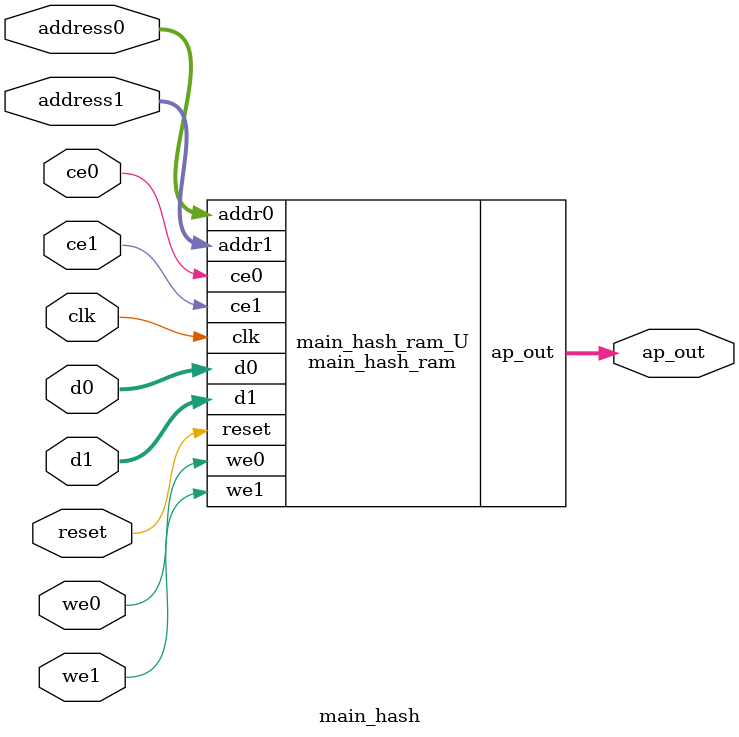
<source format=v>
`timescale 1 ns / 1 ps
module main_hash_ram (addr0, ce0, d0, we0, addr1, ce1, d1, we1,  clk, reset, ap_out);

parameter DWIDTH = 8;
parameter AWIDTH = 5;
parameter MEM_SIZE = 32;

input[AWIDTH-1:0] addr0;
input ce0;
input[DWIDTH-1:0] d0;
input we0;
input[AWIDTH-1:0] addr1;
input ce1;
input[DWIDTH-1:0] d1;
input we1;
input clk;
input reset;
output [255:0] ap_out;

reg [DWIDTH-1:0] ram0[0:MEM_SIZE-1];
reg [DWIDTH-1:0] ram1[0:MEM_SIZE-1];

integer i;

always @(posedge clk)  
begin 
  if(reset) begin
    for(i=0;i<MEM_SIZE;i=i+1) begin
      ram0[i] = 'b0;
      end
    end
  else begin
    if (ce0) begin
        if (we0) 
            ram0[addr0] <= d0; 
    end
  end
end


always @(posedge clk)  
begin 
  if(reset) begin
    for(i=0;i<MEM_SIZE;i=i+1) begin
      ram1[i] = 'b0;
      end
    end
  else begin
    if (ce1) begin
        if (we1) 
            ram1[addr1] <= d1; 
    end
  end
end


genvar j;
generate
for (j=0;j<MEM_SIZE;j=j+1) begin
  assign ap_out[j*8+7:j*8] = ram0[MEM_SIZE-j-1] | ram1[MEM_SIZE-j-1];
end
endgenerate


endmodule

`timescale 1 ns / 1 ps
module main_hash(
    reset,
    clk,
    address0,
    ce0,
    we0,
    d0,
    address1,
    ce1,
    we1,
    d1,
    ap_out);

parameter DataWidth = 32'd8;
parameter AddressRange = 32'd32;
parameter AddressWidth = 32'd5;
input reset;
input clk;
input[AddressWidth - 1:0] address0;
input ce0;
input we0;
input[DataWidth - 1:0] d0;
input[AddressWidth - 1:0] address1;
input ce1;
input we1;
input[DataWidth - 1:0] d1;
output [255:0] ap_out;



main_hash_ram main_hash_ram_U(
    .clk( clk ),
    .reset(reset),
    .addr0( address0 ),
    .ce0( ce0 ),
    .we0( we0 ),
    .d0( d0 ),
    .addr1( address1 ),
    .ce1( ce1 ),
    .we1( we1 ),
    .d1( d1 ),
    .ap_out(ap_out));

endmodule


</source>
